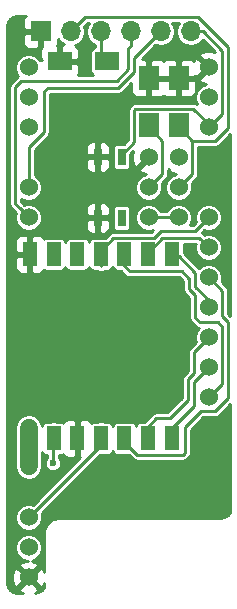
<source format=gtl>
G04 #@! TF.FileFunction,Copper,L1,Top,Signal*
%FSLAX46Y46*%
G04 Gerber Fmt 4.6, Leading zero omitted, Abs format (unit mm)*
G04 Created by KiCad (PCBNEW 4.0.4-stable) date Monday, 09. January 2017 'u29' 17:29:47*
%MOMM*%
%LPD*%
G01*
G04 APERTURE LIST*
%ADD10C,0.200000*%
%ADD11R,1.700000X1.700000*%
%ADD12O,1.700000X1.700000*%
%ADD13R,0.700000X1.450000*%
%ADD14C,1.143000*%
%ADD15R,1.250000X2.000000*%
%ADD16R,1.700000X2.000000*%
%ADD17R,2.000000X1.600000*%
%ADD18C,1.524000*%
%ADD19C,0.600000*%
%ADD20C,0.254000*%
%ADD21C,1.500000*%
G04 APERTURE END LIST*
D10*
D11*
X142240000Y-81026000D03*
D12*
X144780000Y-81026000D03*
X147320000Y-81026000D03*
X149860000Y-81026000D03*
X152400000Y-81026000D03*
X154940000Y-81026000D03*
D13*
X149082000Y-96809000D03*
X149082000Y-91659000D03*
X147082000Y-91659000D03*
X147082000Y-96809000D03*
D14*
X141224000Y-117856000D03*
D15*
X141320000Y-115496000D03*
X143320000Y-115496000D03*
X145320000Y-115496000D03*
X147320000Y-115496000D03*
X149320000Y-115496000D03*
X151320000Y-115496000D03*
X153320000Y-115496000D03*
X149320000Y-99896000D03*
X153320000Y-99896000D03*
X145320000Y-99896000D03*
X143320000Y-99896000D03*
X147320000Y-99896000D03*
X141320000Y-99896000D03*
X151320000Y-99896000D03*
D16*
X153924000Y-84980000D03*
X153924000Y-88980000D03*
X151384000Y-88980000D03*
X151384000Y-84980000D03*
D17*
X147828000Y-83566000D03*
X143828000Y-83566000D03*
D18*
X141224000Y-84074000D03*
X141224000Y-86614000D03*
X141224000Y-94234000D03*
X141224000Y-96774000D03*
X156464000Y-109474000D03*
X156464000Y-106934000D03*
X156464000Y-104394000D03*
X156464000Y-101854000D03*
X156464000Y-89154000D03*
X156464000Y-86614000D03*
X156464000Y-84074000D03*
X153924000Y-91694000D03*
X153924000Y-94234000D03*
X153924000Y-96774000D03*
X151384000Y-91694000D03*
X151384000Y-94234000D03*
X151384000Y-96774000D03*
X141224000Y-124714000D03*
X141224000Y-122174000D03*
X156464000Y-99314000D03*
X156464000Y-96774000D03*
X156464000Y-112014000D03*
X141224000Y-127254000D03*
X141224000Y-89154000D03*
D19*
X145288000Y-113030000D03*
X142748000Y-112268000D03*
X146812000Y-111760000D03*
X150368000Y-112522000D03*
X152908000Y-110236000D03*
X150876000Y-109220000D03*
X148844000Y-109728000D03*
X144780000Y-110744000D03*
X140970000Y-111252000D03*
X143764000Y-108712000D03*
X146304000Y-108712000D03*
X147574000Y-106680000D03*
X151638000Y-107442000D03*
X153670000Y-104394000D03*
X151892000Y-103886000D03*
X148844000Y-105156000D03*
X149098000Y-102870000D03*
X144780000Y-106934000D03*
X141478000Y-107950000D03*
X144018000Y-104902000D03*
X146050000Y-103124000D03*
X141732000Y-103378000D03*
X143256000Y-117602000D03*
D20*
X145288000Y-113030000D02*
X145288000Y-114464000D01*
X145288000Y-114464000D02*
X145320000Y-114496000D01*
X146812000Y-111760000D02*
X143256000Y-111760000D01*
X143256000Y-111760000D02*
X142748000Y-112268000D01*
X152908000Y-110236000D02*
X150622000Y-112522000D01*
X150622000Y-112522000D02*
X150368000Y-112522000D01*
X148844000Y-109728000D02*
X150368000Y-109728000D01*
X150368000Y-109728000D02*
X150876000Y-109220000D01*
X140970000Y-111252000D02*
X144272000Y-111252000D01*
X144272000Y-111252000D02*
X144780000Y-110744000D01*
X146304000Y-108712000D02*
X143764000Y-108712000D01*
X151638000Y-107442000D02*
X148336000Y-107442000D01*
X148336000Y-107442000D02*
X147574000Y-106680000D01*
X151892000Y-103886000D02*
X153162000Y-103886000D01*
X153162000Y-103886000D02*
X153670000Y-104394000D01*
X149098000Y-102870000D02*
X149098000Y-104902000D01*
X149098000Y-104902000D02*
X148844000Y-105156000D01*
X141478000Y-107950000D02*
X143764000Y-107950000D01*
X143764000Y-107950000D02*
X144780000Y-106934000D01*
X146050000Y-103124000D02*
X144272000Y-104902000D01*
X144272000Y-104902000D02*
X144018000Y-104902000D01*
X141320000Y-100896000D02*
X141320000Y-102966000D01*
X141320000Y-102966000D02*
X141732000Y-103378000D01*
X157012641Y-90297001D02*
X155091001Y-90297001D01*
X155091001Y-90297001D02*
X155067001Y-90273001D01*
X153924000Y-88980000D02*
X153924000Y-89130000D01*
X153924000Y-89130000D02*
X155067001Y-90273001D01*
X155067001Y-90273001D02*
X155067001Y-93090999D01*
X155067001Y-93090999D02*
X154685999Y-93472001D01*
X154685999Y-93472001D02*
X153924000Y-94234000D01*
X157901642Y-89408000D02*
X157012641Y-90297001D01*
X157901642Y-89408000D02*
X158115011Y-89194631D01*
X158115011Y-89194631D02*
X158115011Y-82379129D01*
X158115011Y-82379129D02*
X155530881Y-79794999D01*
X155530881Y-79794999D02*
X146011001Y-79794999D01*
X146011001Y-79794999D02*
X144780000Y-81026000D01*
X157901642Y-89408000D02*
X157988000Y-89321642D01*
X156464000Y-89154000D02*
X156464000Y-88900000D01*
X156464000Y-88900000D02*
X155162999Y-87598999D01*
X155162999Y-87598999D02*
X150229199Y-87598999D01*
X150229199Y-87598999D02*
X150152999Y-87675199D01*
X150152999Y-87675199D02*
X150152999Y-90385001D01*
X150152999Y-90385001D02*
X149082000Y-91456000D01*
X149082000Y-91456000D02*
X149082000Y-91659000D01*
X157607001Y-88010999D02*
X157607001Y-82677001D01*
X157607001Y-82677001D02*
X155956000Y-81026000D01*
X155956000Y-81026000D02*
X154940000Y-81026000D01*
X156464000Y-89154000D02*
X157607001Y-88010999D01*
X157607001Y-88010999D02*
X157225999Y-88392001D01*
X157225999Y-88392001D02*
X156464000Y-89154000D01*
X151384000Y-88980000D02*
X151384000Y-89130000D01*
X151384000Y-89130000D02*
X152527001Y-90273001D01*
X152527001Y-90273001D02*
X152527001Y-93090999D01*
X152527001Y-93090999D02*
X152145999Y-93472001D01*
X152145999Y-93472001D02*
X151384000Y-94234000D01*
X143320000Y-114496000D02*
X143256000Y-114560000D01*
X143256000Y-114560000D02*
X143256000Y-117602000D01*
X151384000Y-96774000D02*
X153924000Y-96774000D01*
X148662801Y-85217001D02*
X140588999Y-85217001D01*
X149644988Y-84234814D02*
X148662801Y-85217001D01*
X149644988Y-82443093D02*
X149644988Y-84234814D01*
X140462001Y-96012001D02*
X141224000Y-96774000D01*
X149860000Y-82228081D02*
X149644988Y-82443093D01*
X149860000Y-81026000D02*
X149860000Y-82228081D01*
X140080999Y-85725001D02*
X140080999Y-95630999D01*
X140080999Y-95630999D02*
X140462001Y-96012001D01*
X140588999Y-85217001D02*
X140080999Y-85725001D01*
X149860000Y-81026000D02*
X149860000Y-81788000D01*
X142815919Y-85784081D02*
X148814157Y-85784081D01*
X148814157Y-85784081D02*
X150152999Y-84445239D01*
X141224000Y-94234000D02*
X141224000Y-90845642D01*
X141224000Y-90845642D02*
X142494000Y-89575642D01*
X142494000Y-89575642D02*
X142494000Y-86106000D01*
X150152999Y-83273001D02*
X151550001Y-81875999D01*
X142494000Y-86106000D02*
X142815919Y-85784081D01*
X150152999Y-84445239D02*
X150152999Y-83273001D01*
X151550001Y-81875999D02*
X152400000Y-81026000D01*
X152400000Y-81026000D02*
X152400000Y-81428198D01*
X141224000Y-94234000D02*
X141478000Y-94234000D01*
X141224000Y-94234000D02*
X141224000Y-94104076D01*
X147320000Y-81026000D02*
X147320000Y-83058000D01*
X147320000Y-83058000D02*
X147828000Y-83566000D01*
X147320000Y-83800000D02*
X147300000Y-83820000D01*
D21*
X141224000Y-117856000D02*
X141224000Y-114592000D01*
D20*
X141224000Y-114592000D02*
X141320000Y-114496000D01*
X156464000Y-109474000D02*
X155194000Y-110744000D01*
X155194000Y-110744000D02*
X155194000Y-112776000D01*
X155194000Y-112776000D02*
X153474000Y-114496000D01*
X154685998Y-110490000D02*
X154685998Y-112268002D01*
X155194000Y-108204000D02*
X155194000Y-109981998D01*
X155194000Y-109981998D02*
X154685998Y-110490000D01*
X156464000Y-106934000D02*
X155194000Y-108204000D01*
X152024000Y-113792000D02*
X151320000Y-114496000D01*
X153162000Y-113792000D02*
X152024000Y-113792000D01*
X154685998Y-112268002D02*
X153162000Y-113792000D01*
X156464000Y-106934000D02*
X156464000Y-107188000D01*
X155320999Y-102659574D02*
X155320999Y-101472999D01*
X156464000Y-103802575D02*
X155320999Y-102659574D01*
X155320999Y-101472999D02*
X153924000Y-100076000D01*
X156464000Y-104394000D02*
X156464000Y-103802575D01*
X158115014Y-112054628D02*
X158115014Y-105664000D01*
X156464000Y-101854000D02*
X157607001Y-102997001D01*
X157607001Y-105155987D02*
X158115014Y-105664000D01*
X157607001Y-102997001D02*
X157607001Y-105155987D01*
X149320000Y-115806802D02*
X150390199Y-116877001D01*
X156972000Y-113197642D02*
X158115014Y-112054628D01*
X150390199Y-116877001D02*
X154249801Y-116877001D01*
X154432000Y-116694802D02*
X154432000Y-114554000D01*
X154249801Y-116877001D02*
X154432000Y-116694802D01*
X154432000Y-114554000D02*
X155788358Y-113197642D01*
X155788358Y-113197642D02*
X156972000Y-113197642D01*
X156464000Y-101854000D02*
X156464000Y-102108000D01*
X151450239Y-99585198D02*
X151320000Y-99585198D01*
X152520438Y-98514999D02*
X151450239Y-99585198D01*
X156464000Y-99314000D02*
X155664999Y-98514999D01*
X155664999Y-98514999D02*
X152520438Y-98514999D01*
X147320000Y-100896000D02*
X147320000Y-99585198D01*
X151802002Y-98514999D02*
X152400000Y-97917001D01*
X147320000Y-99585198D02*
X148390199Y-98514999D01*
X148390199Y-98514999D02*
X151802002Y-98514999D01*
X152400000Y-97917001D02*
X155320999Y-97917001D01*
X155320999Y-97917001D02*
X156464000Y-96774000D01*
X154812989Y-101980989D02*
X154812989Y-102870000D01*
X155702000Y-105664000D02*
X155320999Y-105282999D01*
X155320999Y-105282999D02*
X155320999Y-103378010D01*
X155320999Y-103378010D02*
X154812989Y-102870000D01*
X149320000Y-100896000D02*
X149770000Y-101346000D01*
X149770000Y-101346000D02*
X154178000Y-101346000D01*
X154178000Y-101346000D02*
X154812989Y-101980989D01*
X157607012Y-110870988D02*
X156464000Y-112014000D01*
X155702000Y-105664000D02*
X157226000Y-105664000D01*
X157226000Y-105664000D02*
X157607012Y-106045012D01*
X157607012Y-106045012D02*
X157607012Y-110870988D01*
X141224000Y-122174000D02*
X147320000Y-116078000D01*
X147320000Y-116078000D02*
X147320000Y-114496000D01*
G36*
X140851673Y-79816302D02*
X140755000Y-80049691D01*
X140755000Y-80740250D01*
X140913750Y-80899000D01*
X142113000Y-80899000D01*
X142113000Y-80879000D01*
X142367000Y-80879000D01*
X142367000Y-80899000D01*
X142387000Y-80899000D01*
X142387000Y-81153000D01*
X142367000Y-81153000D01*
X142367000Y-82328974D01*
X142289673Y-82406301D01*
X142193000Y-82639690D01*
X142193000Y-83280250D01*
X142351748Y-83438998D01*
X142198351Y-83438998D01*
X142193554Y-83427388D01*
X141872303Y-83105577D01*
X141452354Y-82931199D01*
X140997641Y-82930802D01*
X140577388Y-83104446D01*
X140255577Y-83425697D01*
X140081199Y-83845646D01*
X140080802Y-84300359D01*
X140254446Y-84720612D01*
X140326727Y-84793019D01*
X140229788Y-84857791D01*
X139721789Y-85365791D01*
X139611668Y-85530598D01*
X139572999Y-85725001D01*
X139572999Y-95630999D01*
X139611668Y-95825402D01*
X139721789Y-95990209D01*
X140138714Y-96407134D01*
X140081199Y-96545646D01*
X140080802Y-97000359D01*
X140254446Y-97420612D01*
X140575697Y-97742423D01*
X140995646Y-97916801D01*
X141450359Y-97917198D01*
X141870612Y-97743554D01*
X142192423Y-97422303D01*
X142328434Y-97094750D01*
X146097000Y-97094750D01*
X146097000Y-97660309D01*
X146193673Y-97893698D01*
X146372301Y-98072327D01*
X146605690Y-98169000D01*
X146796250Y-98169000D01*
X146955000Y-98010250D01*
X146955000Y-96936000D01*
X147209000Y-96936000D01*
X147209000Y-98010250D01*
X147367750Y-98169000D01*
X147558310Y-98169000D01*
X147791699Y-98072327D01*
X147970327Y-97893698D01*
X148067000Y-97660309D01*
X148067000Y-97094750D01*
X147908250Y-96936000D01*
X147209000Y-96936000D01*
X146955000Y-96936000D01*
X146255750Y-96936000D01*
X146097000Y-97094750D01*
X142328434Y-97094750D01*
X142366801Y-97002354D01*
X142367198Y-96547641D01*
X142193554Y-96127388D01*
X142024153Y-95957691D01*
X146097000Y-95957691D01*
X146097000Y-96523250D01*
X146255750Y-96682000D01*
X146955000Y-96682000D01*
X146955000Y-95607750D01*
X147209000Y-95607750D01*
X147209000Y-96682000D01*
X147908250Y-96682000D01*
X148067000Y-96523250D01*
X148067000Y-96084000D01*
X148343536Y-96084000D01*
X148343536Y-97534000D01*
X148370103Y-97675190D01*
X148453546Y-97804865D01*
X148580866Y-97891859D01*
X148732000Y-97922464D01*
X149432000Y-97922464D01*
X149573190Y-97895897D01*
X149702865Y-97812454D01*
X149789859Y-97685134D01*
X149820464Y-97534000D01*
X149820464Y-96084000D01*
X149793897Y-95942810D01*
X149710454Y-95813135D01*
X149583134Y-95726141D01*
X149432000Y-95695536D01*
X148732000Y-95695536D01*
X148590810Y-95722103D01*
X148461135Y-95805546D01*
X148374141Y-95932866D01*
X148343536Y-96084000D01*
X148067000Y-96084000D01*
X148067000Y-95957691D01*
X147970327Y-95724302D01*
X147791699Y-95545673D01*
X147558310Y-95449000D01*
X147367750Y-95449000D01*
X147209000Y-95607750D01*
X146955000Y-95607750D01*
X146796250Y-95449000D01*
X146605690Y-95449000D01*
X146372301Y-95545673D01*
X146193673Y-95724302D01*
X146097000Y-95957691D01*
X142024153Y-95957691D01*
X141872303Y-95805577D01*
X141452354Y-95631199D01*
X140997641Y-95630802D01*
X140857236Y-95688816D01*
X140588999Y-95420579D01*
X140588999Y-95207946D01*
X140995646Y-95376801D01*
X141450359Y-95377198D01*
X141870612Y-95203554D01*
X142192423Y-94882303D01*
X142366801Y-94462354D01*
X142367198Y-94007641D01*
X142193554Y-93587388D01*
X141872303Y-93265577D01*
X141732000Y-93207318D01*
X141732000Y-91944750D01*
X146097000Y-91944750D01*
X146097000Y-92510309D01*
X146193673Y-92743698D01*
X146372301Y-92922327D01*
X146605690Y-93019000D01*
X146796250Y-93019000D01*
X146955000Y-92860250D01*
X146955000Y-91786000D01*
X147209000Y-91786000D01*
X147209000Y-92860250D01*
X147367750Y-93019000D01*
X147558310Y-93019000D01*
X147791699Y-92922327D01*
X147970327Y-92743698D01*
X148067000Y-92510309D01*
X148067000Y-91944750D01*
X147908250Y-91786000D01*
X147209000Y-91786000D01*
X146955000Y-91786000D01*
X146255750Y-91786000D01*
X146097000Y-91944750D01*
X141732000Y-91944750D01*
X141732000Y-91056062D01*
X141980371Y-90807691D01*
X146097000Y-90807691D01*
X146097000Y-91373250D01*
X146255750Y-91532000D01*
X146955000Y-91532000D01*
X146955000Y-90457750D01*
X147209000Y-90457750D01*
X147209000Y-91532000D01*
X147908250Y-91532000D01*
X148067000Y-91373250D01*
X148067000Y-90807691D01*
X147970327Y-90574302D01*
X147791699Y-90395673D01*
X147558310Y-90299000D01*
X147367750Y-90299000D01*
X147209000Y-90457750D01*
X146955000Y-90457750D01*
X146796250Y-90299000D01*
X146605690Y-90299000D01*
X146372301Y-90395673D01*
X146193673Y-90574302D01*
X146097000Y-90807691D01*
X141980371Y-90807691D01*
X142853210Y-89934852D01*
X142963331Y-89770046D01*
X142976740Y-89702631D01*
X143002000Y-89575642D01*
X143002000Y-86316420D01*
X143026339Y-86292081D01*
X148814157Y-86292081D01*
X149008560Y-86253412D01*
X149173367Y-86143291D01*
X149899000Y-85417659D01*
X149899000Y-86106309D01*
X149995673Y-86339698D01*
X150174301Y-86518327D01*
X150407690Y-86615000D01*
X151098250Y-86615000D01*
X151257000Y-86456250D01*
X151257000Y-85107000D01*
X151511000Y-85107000D01*
X151511000Y-86456250D01*
X151669750Y-86615000D01*
X152360310Y-86615000D01*
X152593699Y-86518327D01*
X152654000Y-86458026D01*
X152714301Y-86518327D01*
X152947690Y-86615000D01*
X153638250Y-86615000D01*
X153797000Y-86456250D01*
X153797000Y-85107000D01*
X154051000Y-85107000D01*
X154051000Y-86456250D01*
X154209750Y-86615000D01*
X154900310Y-86615000D01*
X155133699Y-86518327D01*
X155312327Y-86339698D01*
X155409000Y-86106309D01*
X155409000Y-85265750D01*
X155250250Y-85107000D01*
X154051000Y-85107000D01*
X153797000Y-85107000D01*
X151511000Y-85107000D01*
X151257000Y-85107000D01*
X151237000Y-85107000D01*
X151237000Y-84853000D01*
X151257000Y-84853000D01*
X151257000Y-83503750D01*
X151511000Y-83503750D01*
X151511000Y-84853000D01*
X153797000Y-84853000D01*
X153797000Y-83503750D01*
X154051000Y-83503750D01*
X154051000Y-84853000D01*
X155250250Y-84853000D01*
X155285513Y-84817737D01*
X155483787Y-84874608D01*
X156284395Y-84074000D01*
X155483787Y-83273392D01*
X155241603Y-83342857D01*
X155187245Y-83495220D01*
X155133699Y-83441673D01*
X154900310Y-83345000D01*
X154209750Y-83345000D01*
X154051000Y-83503750D01*
X153797000Y-83503750D01*
X153638250Y-83345000D01*
X152947690Y-83345000D01*
X152714301Y-83441673D01*
X152654000Y-83501974D01*
X152593699Y-83441673D01*
X152360310Y-83345000D01*
X151669750Y-83345000D01*
X151511000Y-83503750D01*
X151257000Y-83503750D01*
X151098250Y-83345000D01*
X150799420Y-83345000D01*
X151952347Y-82192073D01*
X152400000Y-82281117D01*
X152871083Y-82187413D01*
X153270448Y-81920565D01*
X153537296Y-81521200D01*
X153631000Y-81050117D01*
X153631000Y-81001883D01*
X153537296Y-80530800D01*
X153385084Y-80302999D01*
X153954916Y-80302999D01*
X153802704Y-80530800D01*
X153709000Y-81001883D01*
X153709000Y-81050117D01*
X153802704Y-81521200D01*
X154069552Y-81920565D01*
X154468917Y-82187413D01*
X154940000Y-82281117D01*
X155411083Y-82187413D01*
X155810448Y-81920565D01*
X155939302Y-81727722D01*
X156989992Y-82778412D01*
X156671698Y-82664856D01*
X156116632Y-82692638D01*
X155732857Y-82851603D01*
X155663392Y-83093787D01*
X156464000Y-83894395D01*
X156478143Y-83880253D01*
X156657748Y-84059858D01*
X156643605Y-84074000D01*
X156657748Y-84088143D01*
X156478143Y-84267748D01*
X156464000Y-84253605D01*
X155663392Y-85054213D01*
X155732857Y-85296397D01*
X156230258Y-85473852D01*
X155817388Y-85644446D01*
X155495577Y-85965697D01*
X155321199Y-86385646D01*
X155320802Y-86840359D01*
X155471973Y-87206222D01*
X155357402Y-87129668D01*
X155162999Y-87090999D01*
X150229199Y-87090999D01*
X150034795Y-87129668D01*
X149869989Y-87239789D01*
X149793789Y-87315989D01*
X149683668Y-87480796D01*
X149644999Y-87675199D01*
X149644999Y-90174581D01*
X149274044Y-90545536D01*
X148732000Y-90545536D01*
X148590810Y-90572103D01*
X148461135Y-90655546D01*
X148374141Y-90782866D01*
X148343536Y-90934000D01*
X148343536Y-92384000D01*
X148370103Y-92525190D01*
X148453546Y-92654865D01*
X148580866Y-92741859D01*
X148732000Y-92772464D01*
X149432000Y-92772464D01*
X149573190Y-92745897D01*
X149702865Y-92662454D01*
X149789859Y-92535134D01*
X149820464Y-92384000D01*
X149820464Y-91435956D01*
X150088412Y-91168008D01*
X149974856Y-91486302D01*
X150002638Y-92041368D01*
X150161603Y-92425143D01*
X150403787Y-92494608D01*
X151204395Y-91694000D01*
X151190253Y-91679858D01*
X151369858Y-91500253D01*
X151384000Y-91514395D01*
X151398143Y-91500253D01*
X151577748Y-91679858D01*
X151563605Y-91694000D01*
X151577748Y-91708143D01*
X151398143Y-91887748D01*
X151384000Y-91873605D01*
X150583392Y-92674213D01*
X150652857Y-92916397D01*
X151150258Y-93093852D01*
X150737388Y-93264446D01*
X150415577Y-93585697D01*
X150241199Y-94005646D01*
X150240802Y-94460359D01*
X150414446Y-94880612D01*
X150735697Y-95202423D01*
X151155646Y-95376801D01*
X151610359Y-95377198D01*
X152030612Y-95203554D01*
X152352423Y-94882303D01*
X152526801Y-94462354D01*
X152527198Y-94007641D01*
X152469184Y-93867236D01*
X152886211Y-93450209D01*
X152996332Y-93285403D01*
X153035001Y-93090999D01*
X153035001Y-92762607D01*
X153123393Y-92674215D01*
X153192857Y-92916397D01*
X153690258Y-93093852D01*
X153277388Y-93264446D01*
X152955577Y-93585697D01*
X152781199Y-94005646D01*
X152780802Y-94460359D01*
X152954446Y-94880612D01*
X153275697Y-95202423D01*
X153695646Y-95376801D01*
X154150359Y-95377198D01*
X154570612Y-95203554D01*
X154892423Y-94882303D01*
X155066801Y-94462354D01*
X155067198Y-94007641D01*
X155009184Y-93867236D01*
X155426211Y-93450209D01*
X155536332Y-93285403D01*
X155575001Y-93090999D01*
X155575001Y-90805001D01*
X157012641Y-90805001D01*
X157207044Y-90766332D01*
X157371851Y-90656211D01*
X158294000Y-89734062D01*
X158294000Y-105124566D01*
X158115001Y-104945567D01*
X158115001Y-102997001D01*
X158076332Y-102802598D01*
X157966212Y-102637791D01*
X157549286Y-102220865D01*
X157606801Y-102082354D01*
X157607198Y-101627641D01*
X157433554Y-101207388D01*
X157112303Y-100885577D01*
X156692354Y-100711199D01*
X156237641Y-100710802D01*
X155817388Y-100884446D01*
X155633967Y-101067547D01*
X154333464Y-99767044D01*
X154333464Y-99022999D01*
X155347212Y-99022999D01*
X155321199Y-99085646D01*
X155320802Y-99540359D01*
X155494446Y-99960612D01*
X155815697Y-100282423D01*
X156235646Y-100456801D01*
X156690359Y-100457198D01*
X157110612Y-100283554D01*
X157432423Y-99962303D01*
X157606801Y-99542354D01*
X157607198Y-99087641D01*
X157433554Y-98667388D01*
X157112303Y-98345577D01*
X156692354Y-98171199D01*
X156237641Y-98170802D01*
X156097236Y-98228816D01*
X156024209Y-98155789D01*
X155890184Y-98066236D01*
X156097134Y-97859286D01*
X156235646Y-97916801D01*
X156690359Y-97917198D01*
X157110612Y-97743554D01*
X157432423Y-97422303D01*
X157606801Y-97002354D01*
X157607198Y-96547641D01*
X157433554Y-96127388D01*
X157112303Y-95805577D01*
X156692354Y-95631199D01*
X156237641Y-95630802D01*
X155817388Y-95804446D01*
X155495577Y-96125697D01*
X155321199Y-96545646D01*
X155320802Y-97000359D01*
X155378816Y-97140764D01*
X155110579Y-97409001D01*
X154897946Y-97409001D01*
X155066801Y-97002354D01*
X155067198Y-96547641D01*
X154893554Y-96127388D01*
X154572303Y-95805577D01*
X154152354Y-95631199D01*
X153697641Y-95630802D01*
X153277388Y-95804446D01*
X152955577Y-96125697D01*
X152897318Y-96266000D01*
X152410827Y-96266000D01*
X152353554Y-96127388D01*
X152032303Y-95805577D01*
X151612354Y-95631199D01*
X151157641Y-95630802D01*
X150737388Y-95804446D01*
X150415577Y-96125697D01*
X150241199Y-96545646D01*
X150240802Y-97000359D01*
X150414446Y-97420612D01*
X150735697Y-97742423D01*
X151155646Y-97916801D01*
X151610359Y-97917198D01*
X151731393Y-97867188D01*
X151591582Y-98006999D01*
X148390199Y-98006999D01*
X148195796Y-98045668D01*
X148030989Y-98155789D01*
X147679242Y-98507536D01*
X146695000Y-98507536D01*
X146553810Y-98534103D01*
X146424135Y-98617546D01*
X146337141Y-98744866D01*
X146320494Y-98827072D01*
X146306897Y-98754810D01*
X146223454Y-98625135D01*
X146096134Y-98538141D01*
X145945000Y-98507536D01*
X144695000Y-98507536D01*
X144553810Y-98534103D01*
X144424135Y-98617546D01*
X144337141Y-98744866D01*
X144320494Y-98827072D01*
X144306897Y-98754810D01*
X144223454Y-98625135D01*
X144096134Y-98538141D01*
X143945000Y-98507536D01*
X142695000Y-98507536D01*
X142553810Y-98534103D01*
X142497441Y-98570375D01*
X142483327Y-98536302D01*
X142304699Y-98357673D01*
X142071310Y-98261000D01*
X141605750Y-98261000D01*
X141447000Y-98419750D01*
X141447000Y-99769000D01*
X141467000Y-99769000D01*
X141467000Y-100023000D01*
X141447000Y-100023000D01*
X141447000Y-101372250D01*
X141605750Y-101531000D01*
X142071310Y-101531000D01*
X142304699Y-101434327D01*
X142483327Y-101255698D01*
X142497275Y-101222025D01*
X142543866Y-101253859D01*
X142695000Y-101284464D01*
X143945000Y-101284464D01*
X144086190Y-101257897D01*
X144215865Y-101174454D01*
X144302859Y-101047134D01*
X144319506Y-100964928D01*
X144333103Y-101037190D01*
X144416546Y-101166865D01*
X144543866Y-101253859D01*
X144695000Y-101284464D01*
X145945000Y-101284464D01*
X146086190Y-101257897D01*
X146215865Y-101174454D01*
X146302859Y-101047134D01*
X146319506Y-100964928D01*
X146333103Y-101037190D01*
X146416546Y-101166865D01*
X146543866Y-101253859D01*
X146695000Y-101284464D01*
X147004572Y-101284464D01*
X147125597Y-101365331D01*
X147320000Y-101404000D01*
X147514403Y-101365331D01*
X147635428Y-101284464D01*
X147945000Y-101284464D01*
X148086190Y-101257897D01*
X148215865Y-101174454D01*
X148302859Y-101047134D01*
X148319506Y-100964928D01*
X148333103Y-101037190D01*
X148416546Y-101166865D01*
X148543866Y-101253859D01*
X148695000Y-101284464D01*
X148990044Y-101284464D01*
X149410790Y-101705210D01*
X149575596Y-101815331D01*
X149770000Y-101854000D01*
X153967580Y-101854000D01*
X154304989Y-102191409D01*
X154304989Y-102870000D01*
X154343658Y-103064403D01*
X154453779Y-103229210D01*
X154812999Y-103588431D01*
X154812999Y-105282999D01*
X154851668Y-105477402D01*
X154961789Y-105642209D01*
X155342790Y-106023210D01*
X155507597Y-106133331D01*
X155624846Y-106156653D01*
X155495577Y-106285697D01*
X155321199Y-106705646D01*
X155320802Y-107160359D01*
X155378816Y-107300764D01*
X154834790Y-107844790D01*
X154724669Y-108009597D01*
X154686000Y-108204000D01*
X154686000Y-109771578D01*
X154326788Y-110130790D01*
X154216667Y-110295597D01*
X154177998Y-110490000D01*
X154177998Y-112057582D01*
X152951580Y-113284000D01*
X152024000Y-113284000D01*
X151861850Y-113316254D01*
X151829596Y-113322669D01*
X151664790Y-113432790D01*
X150990044Y-114107536D01*
X150695000Y-114107536D01*
X150553810Y-114134103D01*
X150424135Y-114217546D01*
X150337141Y-114344866D01*
X150320494Y-114427072D01*
X150306897Y-114354810D01*
X150223454Y-114225135D01*
X150096134Y-114138141D01*
X149945000Y-114107536D01*
X148695000Y-114107536D01*
X148553810Y-114134103D01*
X148424135Y-114217546D01*
X148337141Y-114344866D01*
X148320494Y-114427072D01*
X148306897Y-114354810D01*
X148223454Y-114225135D01*
X148096134Y-114138141D01*
X147945000Y-114107536D01*
X147635428Y-114107536D01*
X147514403Y-114026669D01*
X147320000Y-113988000D01*
X147125597Y-114026669D01*
X147004572Y-114107536D01*
X146695000Y-114107536D01*
X146553810Y-114134103D01*
X146497441Y-114170375D01*
X146483327Y-114136302D01*
X146304699Y-113957673D01*
X146071310Y-113861000D01*
X145605750Y-113861000D01*
X145447000Y-114019750D01*
X145447000Y-115369000D01*
X145467000Y-115369000D01*
X145467000Y-115623000D01*
X145447000Y-115623000D01*
X145447000Y-116972250D01*
X145577165Y-117102415D01*
X141590866Y-121088714D01*
X141452354Y-121031199D01*
X140997641Y-121030802D01*
X140577388Y-121204446D01*
X140255577Y-121525697D01*
X140081199Y-121945646D01*
X140080802Y-122400359D01*
X140254446Y-122820612D01*
X140575697Y-123142423D01*
X140995646Y-123316801D01*
X141450359Y-123317198D01*
X141870612Y-123143554D01*
X142192423Y-122822303D01*
X142366801Y-122402354D01*
X142367198Y-121947641D01*
X142309184Y-121807236D01*
X147231956Y-116884464D01*
X147945000Y-116884464D01*
X148086190Y-116857897D01*
X148215865Y-116774454D01*
X148302859Y-116647134D01*
X148319506Y-116564928D01*
X148333103Y-116637190D01*
X148416546Y-116766865D01*
X148543866Y-116853859D01*
X148695000Y-116884464D01*
X149679242Y-116884464D01*
X150030989Y-117236211D01*
X150195796Y-117346332D01*
X150390199Y-117385001D01*
X154249801Y-117385001D01*
X154444204Y-117346332D01*
X154609011Y-117236211D01*
X154791210Y-117054012D01*
X154901331Y-116889206D01*
X154924156Y-116774454D01*
X154940000Y-116694802D01*
X154940000Y-114764420D01*
X155998778Y-113705642D01*
X156972000Y-113705642D01*
X157166403Y-113666973D01*
X157331210Y-113556852D01*
X158294000Y-112594062D01*
X158294000Y-121392103D01*
X158228382Y-121721989D01*
X158052785Y-121984787D01*
X157789989Y-122160382D01*
X157460103Y-122226000D01*
X143764000Y-122226000D01*
X143744488Y-122229881D01*
X143724592Y-122229881D01*
X143335786Y-122307219D01*
X143335785Y-122307219D01*
X143262969Y-122337381D01*
X142933354Y-122557623D01*
X142905489Y-122585489D01*
X142877623Y-122613354D01*
X142657381Y-122942968D01*
X142657381Y-122942969D01*
X142627219Y-123015786D01*
X142549881Y-123404592D01*
X142549881Y-123424488D01*
X142546000Y-123444000D01*
X142546000Y-126763320D01*
X142446397Y-126522857D01*
X142204213Y-126453392D01*
X141403605Y-127254000D01*
X142204213Y-128054608D01*
X142446397Y-127985143D01*
X142546000Y-127705959D01*
X142546000Y-127742103D01*
X142480382Y-128071989D01*
X142304785Y-128334787D01*
X142041989Y-128510382D01*
X141717061Y-128575014D01*
X141955143Y-128476397D01*
X142024608Y-128234213D01*
X141224000Y-127433605D01*
X140423392Y-128234213D01*
X140492857Y-128476397D01*
X140772041Y-128576000D01*
X140227897Y-128576000D01*
X139898011Y-128510382D01*
X139635213Y-128334785D01*
X139459618Y-128071989D01*
X139394000Y-127742103D01*
X139394000Y-127046302D01*
X139814856Y-127046302D01*
X139842638Y-127601368D01*
X140001603Y-127985143D01*
X140243787Y-128054608D01*
X141044395Y-127254000D01*
X140243787Y-126453392D01*
X140001603Y-126522857D01*
X139814856Y-127046302D01*
X139394000Y-127046302D01*
X139394000Y-124940359D01*
X140080802Y-124940359D01*
X140254446Y-125360612D01*
X140575697Y-125682423D01*
X140995646Y-125856801D01*
X141189660Y-125856970D01*
X140876632Y-125872638D01*
X140492857Y-126031603D01*
X140423392Y-126273787D01*
X141224000Y-127074395D01*
X142024608Y-126273787D01*
X141955143Y-126031603D01*
X141457742Y-125854148D01*
X141870612Y-125683554D01*
X142192423Y-125362303D01*
X142366801Y-124942354D01*
X142367198Y-124487641D01*
X142193554Y-124067388D01*
X141872303Y-123745577D01*
X141452354Y-123571199D01*
X140997641Y-123570802D01*
X140577388Y-123744446D01*
X140255577Y-124065697D01*
X140081199Y-124485646D01*
X140080802Y-124940359D01*
X139394000Y-124940359D01*
X139394000Y-114592000D01*
X140093000Y-114592000D01*
X140093000Y-117856000D01*
X140179092Y-118288815D01*
X140424262Y-118655738D01*
X140791185Y-118900908D01*
X141224000Y-118987000D01*
X141656815Y-118900908D01*
X142023738Y-118655738D01*
X142268908Y-118288815D01*
X142355000Y-117856000D01*
X142355000Y-116671219D01*
X142416546Y-116766865D01*
X142543866Y-116853859D01*
X142695000Y-116884464D01*
X142748000Y-116884464D01*
X142748000Y-117146874D01*
X142679013Y-117215741D01*
X142575118Y-117465946D01*
X142574882Y-117736865D01*
X142678339Y-117987252D01*
X142869741Y-118178987D01*
X143119946Y-118282882D01*
X143390865Y-118283118D01*
X143641252Y-118179661D01*
X143832987Y-117988259D01*
X143936882Y-117738054D01*
X143937118Y-117467135D01*
X143833661Y-117216748D01*
X143764000Y-117146966D01*
X143764000Y-116884464D01*
X143945000Y-116884464D01*
X144086190Y-116857897D01*
X144142559Y-116821625D01*
X144156673Y-116855698D01*
X144335301Y-117034327D01*
X144568690Y-117131000D01*
X145034250Y-117131000D01*
X145193000Y-116972250D01*
X145193000Y-115623000D01*
X145173000Y-115623000D01*
X145173000Y-115369000D01*
X145193000Y-115369000D01*
X145193000Y-114019750D01*
X145034250Y-113861000D01*
X144568690Y-113861000D01*
X144335301Y-113957673D01*
X144156673Y-114136302D01*
X144142725Y-114169975D01*
X144096134Y-114138141D01*
X143945000Y-114107536D01*
X143635429Y-114107536D01*
X143514404Y-114026669D01*
X143320000Y-113988000D01*
X143125597Y-114026669D01*
X143004572Y-114107536D01*
X142695000Y-114107536D01*
X142553810Y-114134103D01*
X142424135Y-114217546D01*
X142337141Y-114344866D01*
X142321352Y-114422837D01*
X142268908Y-114159185D01*
X142023738Y-113792262D01*
X141656815Y-113547092D01*
X141224000Y-113461000D01*
X140791185Y-113547092D01*
X140424262Y-113792262D01*
X140179092Y-114159185D01*
X140093000Y-114592000D01*
X139394000Y-114592000D01*
X139394000Y-100181750D01*
X140060000Y-100181750D01*
X140060000Y-101022309D01*
X140156673Y-101255698D01*
X140335301Y-101434327D01*
X140568690Y-101531000D01*
X141034250Y-101531000D01*
X141193000Y-101372250D01*
X141193000Y-100023000D01*
X140218750Y-100023000D01*
X140060000Y-100181750D01*
X139394000Y-100181750D01*
X139394000Y-98769691D01*
X140060000Y-98769691D01*
X140060000Y-99610250D01*
X140218750Y-99769000D01*
X141193000Y-99769000D01*
X141193000Y-98419750D01*
X141034250Y-98261000D01*
X140568690Y-98261000D01*
X140335301Y-98357673D01*
X140156673Y-98536302D01*
X140060000Y-98769691D01*
X139394000Y-98769691D01*
X139394000Y-81311750D01*
X140755000Y-81311750D01*
X140755000Y-82002309D01*
X140851673Y-82235698D01*
X141030301Y-82414327D01*
X141263690Y-82511000D01*
X141954250Y-82511000D01*
X142113000Y-82352250D01*
X142113000Y-81153000D01*
X140913750Y-81153000D01*
X140755000Y-81311750D01*
X139394000Y-81311750D01*
X139394000Y-80537897D01*
X139459618Y-80208011D01*
X139635213Y-79945215D01*
X139898011Y-79769618D01*
X140227897Y-79704000D01*
X140963974Y-79704000D01*
X140851673Y-79816302D01*
X140851673Y-79816302D01*
G37*
X140851673Y-79816302D02*
X140755000Y-80049691D01*
X140755000Y-80740250D01*
X140913750Y-80899000D01*
X142113000Y-80899000D01*
X142113000Y-80879000D01*
X142367000Y-80879000D01*
X142367000Y-80899000D01*
X142387000Y-80899000D01*
X142387000Y-81153000D01*
X142367000Y-81153000D01*
X142367000Y-82328974D01*
X142289673Y-82406301D01*
X142193000Y-82639690D01*
X142193000Y-83280250D01*
X142351748Y-83438998D01*
X142198351Y-83438998D01*
X142193554Y-83427388D01*
X141872303Y-83105577D01*
X141452354Y-82931199D01*
X140997641Y-82930802D01*
X140577388Y-83104446D01*
X140255577Y-83425697D01*
X140081199Y-83845646D01*
X140080802Y-84300359D01*
X140254446Y-84720612D01*
X140326727Y-84793019D01*
X140229788Y-84857791D01*
X139721789Y-85365791D01*
X139611668Y-85530598D01*
X139572999Y-85725001D01*
X139572999Y-95630999D01*
X139611668Y-95825402D01*
X139721789Y-95990209D01*
X140138714Y-96407134D01*
X140081199Y-96545646D01*
X140080802Y-97000359D01*
X140254446Y-97420612D01*
X140575697Y-97742423D01*
X140995646Y-97916801D01*
X141450359Y-97917198D01*
X141870612Y-97743554D01*
X142192423Y-97422303D01*
X142328434Y-97094750D01*
X146097000Y-97094750D01*
X146097000Y-97660309D01*
X146193673Y-97893698D01*
X146372301Y-98072327D01*
X146605690Y-98169000D01*
X146796250Y-98169000D01*
X146955000Y-98010250D01*
X146955000Y-96936000D01*
X147209000Y-96936000D01*
X147209000Y-98010250D01*
X147367750Y-98169000D01*
X147558310Y-98169000D01*
X147791699Y-98072327D01*
X147970327Y-97893698D01*
X148067000Y-97660309D01*
X148067000Y-97094750D01*
X147908250Y-96936000D01*
X147209000Y-96936000D01*
X146955000Y-96936000D01*
X146255750Y-96936000D01*
X146097000Y-97094750D01*
X142328434Y-97094750D01*
X142366801Y-97002354D01*
X142367198Y-96547641D01*
X142193554Y-96127388D01*
X142024153Y-95957691D01*
X146097000Y-95957691D01*
X146097000Y-96523250D01*
X146255750Y-96682000D01*
X146955000Y-96682000D01*
X146955000Y-95607750D01*
X147209000Y-95607750D01*
X147209000Y-96682000D01*
X147908250Y-96682000D01*
X148067000Y-96523250D01*
X148067000Y-96084000D01*
X148343536Y-96084000D01*
X148343536Y-97534000D01*
X148370103Y-97675190D01*
X148453546Y-97804865D01*
X148580866Y-97891859D01*
X148732000Y-97922464D01*
X149432000Y-97922464D01*
X149573190Y-97895897D01*
X149702865Y-97812454D01*
X149789859Y-97685134D01*
X149820464Y-97534000D01*
X149820464Y-96084000D01*
X149793897Y-95942810D01*
X149710454Y-95813135D01*
X149583134Y-95726141D01*
X149432000Y-95695536D01*
X148732000Y-95695536D01*
X148590810Y-95722103D01*
X148461135Y-95805546D01*
X148374141Y-95932866D01*
X148343536Y-96084000D01*
X148067000Y-96084000D01*
X148067000Y-95957691D01*
X147970327Y-95724302D01*
X147791699Y-95545673D01*
X147558310Y-95449000D01*
X147367750Y-95449000D01*
X147209000Y-95607750D01*
X146955000Y-95607750D01*
X146796250Y-95449000D01*
X146605690Y-95449000D01*
X146372301Y-95545673D01*
X146193673Y-95724302D01*
X146097000Y-95957691D01*
X142024153Y-95957691D01*
X141872303Y-95805577D01*
X141452354Y-95631199D01*
X140997641Y-95630802D01*
X140857236Y-95688816D01*
X140588999Y-95420579D01*
X140588999Y-95207946D01*
X140995646Y-95376801D01*
X141450359Y-95377198D01*
X141870612Y-95203554D01*
X142192423Y-94882303D01*
X142366801Y-94462354D01*
X142367198Y-94007641D01*
X142193554Y-93587388D01*
X141872303Y-93265577D01*
X141732000Y-93207318D01*
X141732000Y-91944750D01*
X146097000Y-91944750D01*
X146097000Y-92510309D01*
X146193673Y-92743698D01*
X146372301Y-92922327D01*
X146605690Y-93019000D01*
X146796250Y-93019000D01*
X146955000Y-92860250D01*
X146955000Y-91786000D01*
X147209000Y-91786000D01*
X147209000Y-92860250D01*
X147367750Y-93019000D01*
X147558310Y-93019000D01*
X147791699Y-92922327D01*
X147970327Y-92743698D01*
X148067000Y-92510309D01*
X148067000Y-91944750D01*
X147908250Y-91786000D01*
X147209000Y-91786000D01*
X146955000Y-91786000D01*
X146255750Y-91786000D01*
X146097000Y-91944750D01*
X141732000Y-91944750D01*
X141732000Y-91056062D01*
X141980371Y-90807691D01*
X146097000Y-90807691D01*
X146097000Y-91373250D01*
X146255750Y-91532000D01*
X146955000Y-91532000D01*
X146955000Y-90457750D01*
X147209000Y-90457750D01*
X147209000Y-91532000D01*
X147908250Y-91532000D01*
X148067000Y-91373250D01*
X148067000Y-90807691D01*
X147970327Y-90574302D01*
X147791699Y-90395673D01*
X147558310Y-90299000D01*
X147367750Y-90299000D01*
X147209000Y-90457750D01*
X146955000Y-90457750D01*
X146796250Y-90299000D01*
X146605690Y-90299000D01*
X146372301Y-90395673D01*
X146193673Y-90574302D01*
X146097000Y-90807691D01*
X141980371Y-90807691D01*
X142853210Y-89934852D01*
X142963331Y-89770046D01*
X142976740Y-89702631D01*
X143002000Y-89575642D01*
X143002000Y-86316420D01*
X143026339Y-86292081D01*
X148814157Y-86292081D01*
X149008560Y-86253412D01*
X149173367Y-86143291D01*
X149899000Y-85417659D01*
X149899000Y-86106309D01*
X149995673Y-86339698D01*
X150174301Y-86518327D01*
X150407690Y-86615000D01*
X151098250Y-86615000D01*
X151257000Y-86456250D01*
X151257000Y-85107000D01*
X151511000Y-85107000D01*
X151511000Y-86456250D01*
X151669750Y-86615000D01*
X152360310Y-86615000D01*
X152593699Y-86518327D01*
X152654000Y-86458026D01*
X152714301Y-86518327D01*
X152947690Y-86615000D01*
X153638250Y-86615000D01*
X153797000Y-86456250D01*
X153797000Y-85107000D01*
X154051000Y-85107000D01*
X154051000Y-86456250D01*
X154209750Y-86615000D01*
X154900310Y-86615000D01*
X155133699Y-86518327D01*
X155312327Y-86339698D01*
X155409000Y-86106309D01*
X155409000Y-85265750D01*
X155250250Y-85107000D01*
X154051000Y-85107000D01*
X153797000Y-85107000D01*
X151511000Y-85107000D01*
X151257000Y-85107000D01*
X151237000Y-85107000D01*
X151237000Y-84853000D01*
X151257000Y-84853000D01*
X151257000Y-83503750D01*
X151511000Y-83503750D01*
X151511000Y-84853000D01*
X153797000Y-84853000D01*
X153797000Y-83503750D01*
X154051000Y-83503750D01*
X154051000Y-84853000D01*
X155250250Y-84853000D01*
X155285513Y-84817737D01*
X155483787Y-84874608D01*
X156284395Y-84074000D01*
X155483787Y-83273392D01*
X155241603Y-83342857D01*
X155187245Y-83495220D01*
X155133699Y-83441673D01*
X154900310Y-83345000D01*
X154209750Y-83345000D01*
X154051000Y-83503750D01*
X153797000Y-83503750D01*
X153638250Y-83345000D01*
X152947690Y-83345000D01*
X152714301Y-83441673D01*
X152654000Y-83501974D01*
X152593699Y-83441673D01*
X152360310Y-83345000D01*
X151669750Y-83345000D01*
X151511000Y-83503750D01*
X151257000Y-83503750D01*
X151098250Y-83345000D01*
X150799420Y-83345000D01*
X151952347Y-82192073D01*
X152400000Y-82281117D01*
X152871083Y-82187413D01*
X153270448Y-81920565D01*
X153537296Y-81521200D01*
X153631000Y-81050117D01*
X153631000Y-81001883D01*
X153537296Y-80530800D01*
X153385084Y-80302999D01*
X153954916Y-80302999D01*
X153802704Y-80530800D01*
X153709000Y-81001883D01*
X153709000Y-81050117D01*
X153802704Y-81521200D01*
X154069552Y-81920565D01*
X154468917Y-82187413D01*
X154940000Y-82281117D01*
X155411083Y-82187413D01*
X155810448Y-81920565D01*
X155939302Y-81727722D01*
X156989992Y-82778412D01*
X156671698Y-82664856D01*
X156116632Y-82692638D01*
X155732857Y-82851603D01*
X155663392Y-83093787D01*
X156464000Y-83894395D01*
X156478143Y-83880253D01*
X156657748Y-84059858D01*
X156643605Y-84074000D01*
X156657748Y-84088143D01*
X156478143Y-84267748D01*
X156464000Y-84253605D01*
X155663392Y-85054213D01*
X155732857Y-85296397D01*
X156230258Y-85473852D01*
X155817388Y-85644446D01*
X155495577Y-85965697D01*
X155321199Y-86385646D01*
X155320802Y-86840359D01*
X155471973Y-87206222D01*
X155357402Y-87129668D01*
X155162999Y-87090999D01*
X150229199Y-87090999D01*
X150034795Y-87129668D01*
X149869989Y-87239789D01*
X149793789Y-87315989D01*
X149683668Y-87480796D01*
X149644999Y-87675199D01*
X149644999Y-90174581D01*
X149274044Y-90545536D01*
X148732000Y-90545536D01*
X148590810Y-90572103D01*
X148461135Y-90655546D01*
X148374141Y-90782866D01*
X148343536Y-90934000D01*
X148343536Y-92384000D01*
X148370103Y-92525190D01*
X148453546Y-92654865D01*
X148580866Y-92741859D01*
X148732000Y-92772464D01*
X149432000Y-92772464D01*
X149573190Y-92745897D01*
X149702865Y-92662454D01*
X149789859Y-92535134D01*
X149820464Y-92384000D01*
X149820464Y-91435956D01*
X150088412Y-91168008D01*
X149974856Y-91486302D01*
X150002638Y-92041368D01*
X150161603Y-92425143D01*
X150403787Y-92494608D01*
X151204395Y-91694000D01*
X151190253Y-91679858D01*
X151369858Y-91500253D01*
X151384000Y-91514395D01*
X151398143Y-91500253D01*
X151577748Y-91679858D01*
X151563605Y-91694000D01*
X151577748Y-91708143D01*
X151398143Y-91887748D01*
X151384000Y-91873605D01*
X150583392Y-92674213D01*
X150652857Y-92916397D01*
X151150258Y-93093852D01*
X150737388Y-93264446D01*
X150415577Y-93585697D01*
X150241199Y-94005646D01*
X150240802Y-94460359D01*
X150414446Y-94880612D01*
X150735697Y-95202423D01*
X151155646Y-95376801D01*
X151610359Y-95377198D01*
X152030612Y-95203554D01*
X152352423Y-94882303D01*
X152526801Y-94462354D01*
X152527198Y-94007641D01*
X152469184Y-93867236D01*
X152886211Y-93450209D01*
X152996332Y-93285403D01*
X153035001Y-93090999D01*
X153035001Y-92762607D01*
X153123393Y-92674215D01*
X153192857Y-92916397D01*
X153690258Y-93093852D01*
X153277388Y-93264446D01*
X152955577Y-93585697D01*
X152781199Y-94005646D01*
X152780802Y-94460359D01*
X152954446Y-94880612D01*
X153275697Y-95202423D01*
X153695646Y-95376801D01*
X154150359Y-95377198D01*
X154570612Y-95203554D01*
X154892423Y-94882303D01*
X155066801Y-94462354D01*
X155067198Y-94007641D01*
X155009184Y-93867236D01*
X155426211Y-93450209D01*
X155536332Y-93285403D01*
X155575001Y-93090999D01*
X155575001Y-90805001D01*
X157012641Y-90805001D01*
X157207044Y-90766332D01*
X157371851Y-90656211D01*
X158294000Y-89734062D01*
X158294000Y-105124566D01*
X158115001Y-104945567D01*
X158115001Y-102997001D01*
X158076332Y-102802598D01*
X157966212Y-102637791D01*
X157549286Y-102220865D01*
X157606801Y-102082354D01*
X157607198Y-101627641D01*
X157433554Y-101207388D01*
X157112303Y-100885577D01*
X156692354Y-100711199D01*
X156237641Y-100710802D01*
X155817388Y-100884446D01*
X155633967Y-101067547D01*
X154333464Y-99767044D01*
X154333464Y-99022999D01*
X155347212Y-99022999D01*
X155321199Y-99085646D01*
X155320802Y-99540359D01*
X155494446Y-99960612D01*
X155815697Y-100282423D01*
X156235646Y-100456801D01*
X156690359Y-100457198D01*
X157110612Y-100283554D01*
X157432423Y-99962303D01*
X157606801Y-99542354D01*
X157607198Y-99087641D01*
X157433554Y-98667388D01*
X157112303Y-98345577D01*
X156692354Y-98171199D01*
X156237641Y-98170802D01*
X156097236Y-98228816D01*
X156024209Y-98155789D01*
X155890184Y-98066236D01*
X156097134Y-97859286D01*
X156235646Y-97916801D01*
X156690359Y-97917198D01*
X157110612Y-97743554D01*
X157432423Y-97422303D01*
X157606801Y-97002354D01*
X157607198Y-96547641D01*
X157433554Y-96127388D01*
X157112303Y-95805577D01*
X156692354Y-95631199D01*
X156237641Y-95630802D01*
X155817388Y-95804446D01*
X155495577Y-96125697D01*
X155321199Y-96545646D01*
X155320802Y-97000359D01*
X155378816Y-97140764D01*
X155110579Y-97409001D01*
X154897946Y-97409001D01*
X155066801Y-97002354D01*
X155067198Y-96547641D01*
X154893554Y-96127388D01*
X154572303Y-95805577D01*
X154152354Y-95631199D01*
X153697641Y-95630802D01*
X153277388Y-95804446D01*
X152955577Y-96125697D01*
X152897318Y-96266000D01*
X152410827Y-96266000D01*
X152353554Y-96127388D01*
X152032303Y-95805577D01*
X151612354Y-95631199D01*
X151157641Y-95630802D01*
X150737388Y-95804446D01*
X150415577Y-96125697D01*
X150241199Y-96545646D01*
X150240802Y-97000359D01*
X150414446Y-97420612D01*
X150735697Y-97742423D01*
X151155646Y-97916801D01*
X151610359Y-97917198D01*
X151731393Y-97867188D01*
X151591582Y-98006999D01*
X148390199Y-98006999D01*
X148195796Y-98045668D01*
X148030989Y-98155789D01*
X147679242Y-98507536D01*
X146695000Y-98507536D01*
X146553810Y-98534103D01*
X146424135Y-98617546D01*
X146337141Y-98744866D01*
X146320494Y-98827072D01*
X146306897Y-98754810D01*
X146223454Y-98625135D01*
X146096134Y-98538141D01*
X145945000Y-98507536D01*
X144695000Y-98507536D01*
X144553810Y-98534103D01*
X144424135Y-98617546D01*
X144337141Y-98744866D01*
X144320494Y-98827072D01*
X144306897Y-98754810D01*
X144223454Y-98625135D01*
X144096134Y-98538141D01*
X143945000Y-98507536D01*
X142695000Y-98507536D01*
X142553810Y-98534103D01*
X142497441Y-98570375D01*
X142483327Y-98536302D01*
X142304699Y-98357673D01*
X142071310Y-98261000D01*
X141605750Y-98261000D01*
X141447000Y-98419750D01*
X141447000Y-99769000D01*
X141467000Y-99769000D01*
X141467000Y-100023000D01*
X141447000Y-100023000D01*
X141447000Y-101372250D01*
X141605750Y-101531000D01*
X142071310Y-101531000D01*
X142304699Y-101434327D01*
X142483327Y-101255698D01*
X142497275Y-101222025D01*
X142543866Y-101253859D01*
X142695000Y-101284464D01*
X143945000Y-101284464D01*
X144086190Y-101257897D01*
X144215865Y-101174454D01*
X144302859Y-101047134D01*
X144319506Y-100964928D01*
X144333103Y-101037190D01*
X144416546Y-101166865D01*
X144543866Y-101253859D01*
X144695000Y-101284464D01*
X145945000Y-101284464D01*
X146086190Y-101257897D01*
X146215865Y-101174454D01*
X146302859Y-101047134D01*
X146319506Y-100964928D01*
X146333103Y-101037190D01*
X146416546Y-101166865D01*
X146543866Y-101253859D01*
X146695000Y-101284464D01*
X147004572Y-101284464D01*
X147125597Y-101365331D01*
X147320000Y-101404000D01*
X147514403Y-101365331D01*
X147635428Y-101284464D01*
X147945000Y-101284464D01*
X148086190Y-101257897D01*
X148215865Y-101174454D01*
X148302859Y-101047134D01*
X148319506Y-100964928D01*
X148333103Y-101037190D01*
X148416546Y-101166865D01*
X148543866Y-101253859D01*
X148695000Y-101284464D01*
X148990044Y-101284464D01*
X149410790Y-101705210D01*
X149575596Y-101815331D01*
X149770000Y-101854000D01*
X153967580Y-101854000D01*
X154304989Y-102191409D01*
X154304989Y-102870000D01*
X154343658Y-103064403D01*
X154453779Y-103229210D01*
X154812999Y-103588431D01*
X154812999Y-105282999D01*
X154851668Y-105477402D01*
X154961789Y-105642209D01*
X155342790Y-106023210D01*
X155507597Y-106133331D01*
X155624846Y-106156653D01*
X155495577Y-106285697D01*
X155321199Y-106705646D01*
X155320802Y-107160359D01*
X155378816Y-107300764D01*
X154834790Y-107844790D01*
X154724669Y-108009597D01*
X154686000Y-108204000D01*
X154686000Y-109771578D01*
X154326788Y-110130790D01*
X154216667Y-110295597D01*
X154177998Y-110490000D01*
X154177998Y-112057582D01*
X152951580Y-113284000D01*
X152024000Y-113284000D01*
X151861850Y-113316254D01*
X151829596Y-113322669D01*
X151664790Y-113432790D01*
X150990044Y-114107536D01*
X150695000Y-114107536D01*
X150553810Y-114134103D01*
X150424135Y-114217546D01*
X150337141Y-114344866D01*
X150320494Y-114427072D01*
X150306897Y-114354810D01*
X150223454Y-114225135D01*
X150096134Y-114138141D01*
X149945000Y-114107536D01*
X148695000Y-114107536D01*
X148553810Y-114134103D01*
X148424135Y-114217546D01*
X148337141Y-114344866D01*
X148320494Y-114427072D01*
X148306897Y-114354810D01*
X148223454Y-114225135D01*
X148096134Y-114138141D01*
X147945000Y-114107536D01*
X147635428Y-114107536D01*
X147514403Y-114026669D01*
X147320000Y-113988000D01*
X147125597Y-114026669D01*
X147004572Y-114107536D01*
X146695000Y-114107536D01*
X146553810Y-114134103D01*
X146497441Y-114170375D01*
X146483327Y-114136302D01*
X146304699Y-113957673D01*
X146071310Y-113861000D01*
X145605750Y-113861000D01*
X145447000Y-114019750D01*
X145447000Y-115369000D01*
X145467000Y-115369000D01*
X145467000Y-115623000D01*
X145447000Y-115623000D01*
X145447000Y-116972250D01*
X145577165Y-117102415D01*
X141590866Y-121088714D01*
X141452354Y-121031199D01*
X140997641Y-121030802D01*
X140577388Y-121204446D01*
X140255577Y-121525697D01*
X140081199Y-121945646D01*
X140080802Y-122400359D01*
X140254446Y-122820612D01*
X140575697Y-123142423D01*
X140995646Y-123316801D01*
X141450359Y-123317198D01*
X141870612Y-123143554D01*
X142192423Y-122822303D01*
X142366801Y-122402354D01*
X142367198Y-121947641D01*
X142309184Y-121807236D01*
X147231956Y-116884464D01*
X147945000Y-116884464D01*
X148086190Y-116857897D01*
X148215865Y-116774454D01*
X148302859Y-116647134D01*
X148319506Y-116564928D01*
X148333103Y-116637190D01*
X148416546Y-116766865D01*
X148543866Y-116853859D01*
X148695000Y-116884464D01*
X149679242Y-116884464D01*
X150030989Y-117236211D01*
X150195796Y-117346332D01*
X150390199Y-117385001D01*
X154249801Y-117385001D01*
X154444204Y-117346332D01*
X154609011Y-117236211D01*
X154791210Y-117054012D01*
X154901331Y-116889206D01*
X154924156Y-116774454D01*
X154940000Y-116694802D01*
X154940000Y-114764420D01*
X155998778Y-113705642D01*
X156972000Y-113705642D01*
X157166403Y-113666973D01*
X157331210Y-113556852D01*
X158294000Y-112594062D01*
X158294000Y-121392103D01*
X158228382Y-121721989D01*
X158052785Y-121984787D01*
X157789989Y-122160382D01*
X157460103Y-122226000D01*
X143764000Y-122226000D01*
X143744488Y-122229881D01*
X143724592Y-122229881D01*
X143335786Y-122307219D01*
X143335785Y-122307219D01*
X143262969Y-122337381D01*
X142933354Y-122557623D01*
X142905489Y-122585489D01*
X142877623Y-122613354D01*
X142657381Y-122942968D01*
X142657381Y-122942969D01*
X142627219Y-123015786D01*
X142549881Y-123404592D01*
X142549881Y-123424488D01*
X142546000Y-123444000D01*
X142546000Y-126763320D01*
X142446397Y-126522857D01*
X142204213Y-126453392D01*
X141403605Y-127254000D01*
X142204213Y-128054608D01*
X142446397Y-127985143D01*
X142546000Y-127705959D01*
X142546000Y-127742103D01*
X142480382Y-128071989D01*
X142304785Y-128334787D01*
X142041989Y-128510382D01*
X141717061Y-128575014D01*
X141955143Y-128476397D01*
X142024608Y-128234213D01*
X141224000Y-127433605D01*
X140423392Y-128234213D01*
X140492857Y-128476397D01*
X140772041Y-128576000D01*
X140227897Y-128576000D01*
X139898011Y-128510382D01*
X139635213Y-128334785D01*
X139459618Y-128071989D01*
X139394000Y-127742103D01*
X139394000Y-127046302D01*
X139814856Y-127046302D01*
X139842638Y-127601368D01*
X140001603Y-127985143D01*
X140243787Y-128054608D01*
X141044395Y-127254000D01*
X140243787Y-126453392D01*
X140001603Y-126522857D01*
X139814856Y-127046302D01*
X139394000Y-127046302D01*
X139394000Y-124940359D01*
X140080802Y-124940359D01*
X140254446Y-125360612D01*
X140575697Y-125682423D01*
X140995646Y-125856801D01*
X141189660Y-125856970D01*
X140876632Y-125872638D01*
X140492857Y-126031603D01*
X140423392Y-126273787D01*
X141224000Y-127074395D01*
X142024608Y-126273787D01*
X141955143Y-126031603D01*
X141457742Y-125854148D01*
X141870612Y-125683554D01*
X142192423Y-125362303D01*
X142366801Y-124942354D01*
X142367198Y-124487641D01*
X142193554Y-124067388D01*
X141872303Y-123745577D01*
X141452354Y-123571199D01*
X140997641Y-123570802D01*
X140577388Y-123744446D01*
X140255577Y-124065697D01*
X140081199Y-124485646D01*
X140080802Y-124940359D01*
X139394000Y-124940359D01*
X139394000Y-114592000D01*
X140093000Y-114592000D01*
X140093000Y-117856000D01*
X140179092Y-118288815D01*
X140424262Y-118655738D01*
X140791185Y-118900908D01*
X141224000Y-118987000D01*
X141656815Y-118900908D01*
X142023738Y-118655738D01*
X142268908Y-118288815D01*
X142355000Y-117856000D01*
X142355000Y-116671219D01*
X142416546Y-116766865D01*
X142543866Y-116853859D01*
X142695000Y-116884464D01*
X142748000Y-116884464D01*
X142748000Y-117146874D01*
X142679013Y-117215741D01*
X142575118Y-117465946D01*
X142574882Y-117736865D01*
X142678339Y-117987252D01*
X142869741Y-118178987D01*
X143119946Y-118282882D01*
X143390865Y-118283118D01*
X143641252Y-118179661D01*
X143832987Y-117988259D01*
X143936882Y-117738054D01*
X143937118Y-117467135D01*
X143833661Y-117216748D01*
X143764000Y-117146966D01*
X143764000Y-116884464D01*
X143945000Y-116884464D01*
X144086190Y-116857897D01*
X144142559Y-116821625D01*
X144156673Y-116855698D01*
X144335301Y-117034327D01*
X144568690Y-117131000D01*
X145034250Y-117131000D01*
X145193000Y-116972250D01*
X145193000Y-115623000D01*
X145173000Y-115623000D01*
X145173000Y-115369000D01*
X145193000Y-115369000D01*
X145193000Y-114019750D01*
X145034250Y-113861000D01*
X144568690Y-113861000D01*
X144335301Y-113957673D01*
X144156673Y-114136302D01*
X144142725Y-114169975D01*
X144096134Y-114138141D01*
X143945000Y-114107536D01*
X143635429Y-114107536D01*
X143514404Y-114026669D01*
X143320000Y-113988000D01*
X143125597Y-114026669D01*
X143004572Y-114107536D01*
X142695000Y-114107536D01*
X142553810Y-114134103D01*
X142424135Y-114217546D01*
X142337141Y-114344866D01*
X142321352Y-114422837D01*
X142268908Y-114159185D01*
X142023738Y-113792262D01*
X141656815Y-113547092D01*
X141224000Y-113461000D01*
X140791185Y-113547092D01*
X140424262Y-113792262D01*
X140179092Y-114159185D01*
X140093000Y-114592000D01*
X139394000Y-114592000D01*
X139394000Y-100181750D01*
X140060000Y-100181750D01*
X140060000Y-101022309D01*
X140156673Y-101255698D01*
X140335301Y-101434327D01*
X140568690Y-101531000D01*
X141034250Y-101531000D01*
X141193000Y-101372250D01*
X141193000Y-100023000D01*
X140218750Y-100023000D01*
X140060000Y-100181750D01*
X139394000Y-100181750D01*
X139394000Y-98769691D01*
X140060000Y-98769691D01*
X140060000Y-99610250D01*
X140218750Y-99769000D01*
X141193000Y-99769000D01*
X141193000Y-98419750D01*
X141034250Y-98261000D01*
X140568690Y-98261000D01*
X140335301Y-98357673D01*
X140156673Y-98536302D01*
X140060000Y-98769691D01*
X139394000Y-98769691D01*
X139394000Y-81311750D01*
X140755000Y-81311750D01*
X140755000Y-82002309D01*
X140851673Y-82235698D01*
X141030301Y-82414327D01*
X141263690Y-82511000D01*
X141954250Y-82511000D01*
X142113000Y-82352250D01*
X142113000Y-81153000D01*
X140913750Y-81153000D01*
X140755000Y-81311750D01*
X139394000Y-81311750D01*
X139394000Y-80537897D01*
X139459618Y-80208011D01*
X139635213Y-79945215D01*
X139898011Y-79769618D01*
X140227897Y-79704000D01*
X140963974Y-79704000D01*
X140851673Y-79816302D01*
G36*
X154117748Y-91679858D02*
X154103605Y-91694000D01*
X154117748Y-91708143D01*
X153938143Y-91887748D01*
X153924000Y-91873605D01*
X153909858Y-91887748D01*
X153730253Y-91708143D01*
X153744395Y-91694000D01*
X153730253Y-91679858D01*
X153909858Y-91500253D01*
X153924000Y-91514395D01*
X153938143Y-91500253D01*
X154117748Y-91679858D01*
X154117748Y-91679858D01*
G37*
X154117748Y-91679858D02*
X154103605Y-91694000D01*
X154117748Y-91708143D01*
X153938143Y-91887748D01*
X153924000Y-91873605D01*
X153909858Y-91887748D01*
X153730253Y-91708143D01*
X153744395Y-91694000D01*
X153730253Y-91679858D01*
X153909858Y-91500253D01*
X153924000Y-91514395D01*
X153938143Y-91500253D01*
X154117748Y-91679858D01*
G36*
X146182704Y-80530800D02*
X146089000Y-81001883D01*
X146089000Y-81050117D01*
X146182704Y-81521200D01*
X146449552Y-81920565D01*
X146812000Y-82162746D01*
X146812000Y-82380547D01*
X146686810Y-82404103D01*
X146557135Y-82487546D01*
X146470141Y-82614866D01*
X146439536Y-82766000D01*
X146439536Y-84366000D01*
X146466103Y-84507190D01*
X146549546Y-84636865D01*
X146655121Y-84709001D01*
X145373244Y-84709001D01*
X145463000Y-84492310D01*
X145463000Y-83851750D01*
X145304250Y-83693000D01*
X143955000Y-83693000D01*
X143955000Y-83713000D01*
X143701000Y-83713000D01*
X143701000Y-83693000D01*
X143681000Y-83693000D01*
X143681000Y-83439000D01*
X143701000Y-83439000D01*
X143701000Y-82289750D01*
X143633781Y-82222531D01*
X143725000Y-82002309D01*
X143725000Y-81644364D01*
X143909552Y-81920565D01*
X144224489Y-82131000D01*
X144113750Y-82131000D01*
X143955000Y-82289750D01*
X143955000Y-83439000D01*
X145304250Y-83439000D01*
X145463000Y-83280250D01*
X145463000Y-82639690D01*
X145366327Y-82406301D01*
X145187698Y-82227673D01*
X145142598Y-82208992D01*
X145251083Y-82187413D01*
X145650448Y-81920565D01*
X145917296Y-81521200D01*
X146011000Y-81050117D01*
X146011000Y-81001883D01*
X145929959Y-80594461D01*
X146221421Y-80302999D01*
X146334916Y-80302999D01*
X146182704Y-80530800D01*
X146182704Y-80530800D01*
G37*
X146182704Y-80530800D02*
X146089000Y-81001883D01*
X146089000Y-81050117D01*
X146182704Y-81521200D01*
X146449552Y-81920565D01*
X146812000Y-82162746D01*
X146812000Y-82380547D01*
X146686810Y-82404103D01*
X146557135Y-82487546D01*
X146470141Y-82614866D01*
X146439536Y-82766000D01*
X146439536Y-84366000D01*
X146466103Y-84507190D01*
X146549546Y-84636865D01*
X146655121Y-84709001D01*
X145373244Y-84709001D01*
X145463000Y-84492310D01*
X145463000Y-83851750D01*
X145304250Y-83693000D01*
X143955000Y-83693000D01*
X143955000Y-83713000D01*
X143701000Y-83713000D01*
X143701000Y-83693000D01*
X143681000Y-83693000D01*
X143681000Y-83439000D01*
X143701000Y-83439000D01*
X143701000Y-82289750D01*
X143633781Y-82222531D01*
X143725000Y-82002309D01*
X143725000Y-81644364D01*
X143909552Y-81920565D01*
X144224489Y-82131000D01*
X144113750Y-82131000D01*
X143955000Y-82289750D01*
X143955000Y-83439000D01*
X145304250Y-83439000D01*
X145463000Y-83280250D01*
X145463000Y-82639690D01*
X145366327Y-82406301D01*
X145187698Y-82227673D01*
X145142598Y-82208992D01*
X145251083Y-82187413D01*
X145650448Y-81920565D01*
X145917296Y-81521200D01*
X146011000Y-81050117D01*
X146011000Y-81001883D01*
X145929959Y-80594461D01*
X146221421Y-80302999D01*
X146334916Y-80302999D01*
X146182704Y-80530800D01*
M02*

</source>
